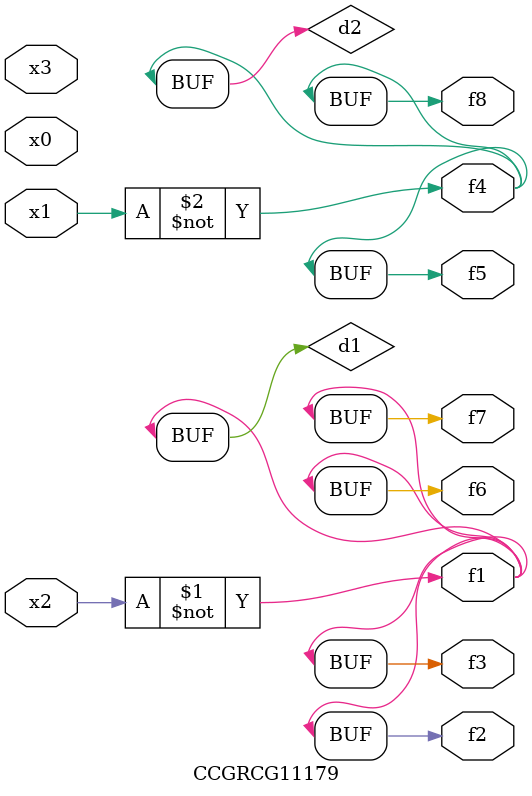
<source format=v>
module CCGRCG11179(
	input x0, x1, x2, x3,
	output f1, f2, f3, f4, f5, f6, f7, f8
);

	wire d1, d2;

	xnor (d1, x2);
	not (d2, x1);
	assign f1 = d1;
	assign f2 = d1;
	assign f3 = d1;
	assign f4 = d2;
	assign f5 = d2;
	assign f6 = d1;
	assign f7 = d1;
	assign f8 = d2;
endmodule

</source>
